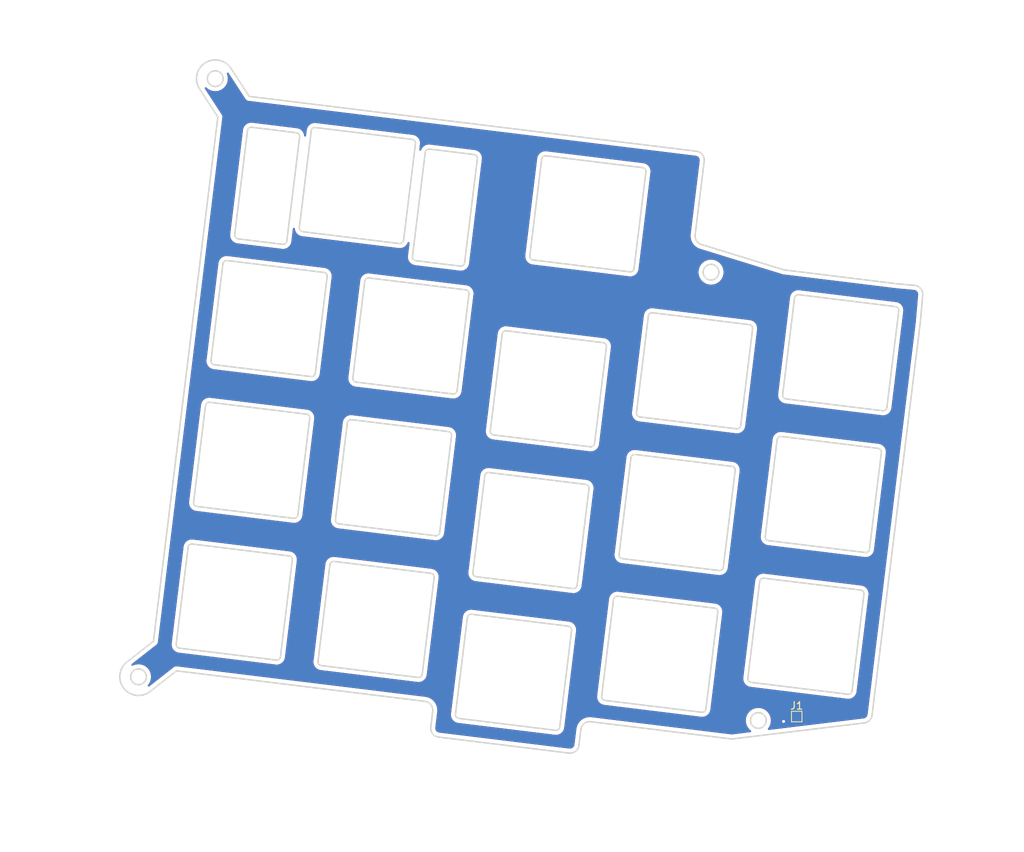
<source format=kicad_pcb>
(kicad_pcb (version 20171130) (host pcbnew "(5.1.10-1-10_14)")
  (layers (0 F.Cu signal) (31 B.Cu signal) (34 B.Paste user) (35 F.Paste user) (36 B.SilkS user) (37 F.SilkS user) (38 B.Mask user) (39 F.Mask user) (44 Edge.Cuts user))
  (net 0 "")
  (net 1 GND)
  (module TestPoint:TestPoint_Pad_1.0x1.0mm (layer F.Cu) (at 183.4 132.85)
    (fp_text reference J1 (at 0 -1.448) (layer F.SilkS))
    (fp_text value Conn_01x01_Female)
    (fp_line (start -0.7 -0.7) (end 0.7 -0.7) (layer F.SilkS) (width 0.12))
    (fp_line (start 0.7 -0.7) (end 0.7 0.7) (layer F.SilkS) (width 0.12))
    (fp_line (start 0.7 0.7) (end -0.7 0.7) (layer F.SilkS) (width 0.12))
    (fp_line (start -0.7 0.7) (end -0.7 -0.7) (layer F.SilkS) (width 0.12))
    (pad 1 smd rect (at 0 0) (size 1 1) (layers F.Cu F.Mask) (net 1 GND))
  )
  (gr_line (start 153.029387 137.725856) (end 135.65983 135.593142) (layer Edge.Cuts) (width 0.2))
  (gr_arc (start 199.002361 76.521354) (end 200.197754 76.626408) (angle -90) (layer Edge.Cuts) (width 0.2))
  (gr_arc (start 155.950656 96.372426) (end 155.889721 96.868699) (angle -90) (layer Edge.Cuts) (width 0.2))
  (gr_line (start 142.986621 95.284398) (end 155.889721 96.868699) (layer Edge.Cuts) (width 0.2))
  (gr_arc (start 143.047556 94.788124) (end 142.551283 94.72719) (angle -90) (layer Edge.Cuts) (width 0.2))
  (gr_line (start 144.135584 81.82409) (end 142.551283 94.72719) (layer Edge.Cuts) (width 0.2))
  (gr_line (start 134.433858 57.145295) (end 140.389135 57.876511) (layer Edge.Cuts) (width 0.2))
  (gr_arc (start 134.372923 57.641568) (end 134.433858 57.145295) (angle -90) (layer Edge.Cuts) (width 0.2))
  (gr_line (start 124.65902 88.235786) (end 137.56212 89.820087) (layer Edge.Cuts) (width 0.2))
  (gr_arc (start 124.719954 87.739512) (end 124.223681 87.678578) (angle -90) (layer Edge.Cuts) (width 0.2))
  (gr_line (start 125.807983 74.775478) (end 124.223681 87.678578) (layer Edge.Cuts) (width 0.2))
  (gr_line (start 107.975566 46.387569) (end 110.405494 50.115778) (layer Edge.Cuts) (width 0.2))
  (gr_line (start 138.561094 72.764703) (end 132.605817 72.033487) (layer Edge.Cuts) (width 0.2))
  (gr_arc (start 138.622029 72.26843) (end 138.561094 72.764703) (angle -90) (layer Edge.Cuts) (width 0.2))
  (gr_arc (start 169.875954 58.626844) (end 171.067009 58.773087) (angle -90) (layer Edge.Cuts) (width 0.2))
  (gr_circle (center 178.286255 133.375719) (end 179.336255 133.375719) (layer Edge.Cuts) (width 0.2))
  (gr_line (start 147.816797 71.382386) (end 149.401099 58.479286) (layer Edge.Cuts) (width 0.2))
  (gr_arc (start 148.31307 71.443321) (end 147.816797 71.382386) (angle -90) (layer Edge.Cuts) (width 0.2))
  (gr_line (start 105.13641 51.188504) (end 103.786736 49.117716) (layer Edge.Cuts) (width 0.2))
  (gr_arc (start 155.81519 134.730533) (end 155.961433 133.539478) (angle -90) (layer Edge.Cuts) (width 0.2))
  (gr_arc (start 171.053609 68.728832) (end 169.862554 68.582589) (angle -79.87603185) (layer Edge.Cuts) (width 0.2))
  (gr_line (start 175.378128 94.463309) (end 162.475028 92.879008) (layer Edge.Cuts) (width 0.2))
  (gr_arc (start 175.439063 93.967036) (end 175.378128 94.463309) (angle -90) (layer Edge.Cuts) (width 0.2))
  (gr_line (start 177.519637 81.124871) (end 175.935336 94.027971) (layer Edge.Cuts) (width 0.2))
  (gr_arc (start 177.023364 81.063936) (end 177.519637 81.124871) (angle -90) (layer Edge.Cuts) (width 0.2))
  (gr_line (start 164.181199 78.983361) (end 177.084299 80.567663) (layer Edge.Cuts) (width 0.2))
  (gr_arc (start 164.120264 79.479634) (end 164.181199 78.983361) (angle -90) (layer Edge.Cuts) (width 0.2))
  (gr_line (start 162.03969 92.3218) (end 163.623991 79.4187) (layer Edge.Cuts) (width 0.2))
  (gr_arc (start 162.535963 92.382734) (end 162.03969 92.3218) (angle -90) (layer Edge.Cuts) (width 0.2))
  (gr_line (start 194.866535 92.057919) (end 181.963435 90.473617) (layer Edge.Cuts) (width 0.2))
  (gr_arc (start 194.92747 91.561646) (end 194.866535 92.057919) (angle -90) (layer Edge.Cuts) (width 0.2))
  (gr_line (start 197.008044 78.719481) (end 195.423743 91.622581) (layer Edge.Cuts) (width 0.2))
  (gr_arc (start 196.511771 78.658546) (end 197.008044 78.719481) (angle -90) (layer Edge.Cuts) (width 0.2))
  (gr_line (start 183.669606 76.577971) (end 196.572706 78.162273) (layer Edge.Cuts) (width 0.2))
  (gr_arc (start 183.608671 77.074244) (end 183.669606 76.577971) (angle -90) (layer Edge.Cuts) (width 0.2))
  (gr_line (start 181.528097 89.91641) (end 183.112398 77.01331) (layer Edge.Cuts) (width 0.2))
  (gr_arc (start 182.02437 89.977344) (end 181.528097 89.91641) (angle -90) (layer Edge.Cuts) (width 0.2))
  (gr_line (start 110.735826 54.235542) (end 116.691103 54.966758) (layer Edge.Cuts) (width 0.2))
  (gr_arc (start 110.674891 54.731815) (end 110.735826 54.235542) (angle -90) (layer Edge.Cuts) (width 0.2))
  (gr_line (start 108.472447 68.566527) (end 110.178618 54.670881) (layer Edge.Cuts) (width 0.2))
  (gr_arc (start 108.96872 68.627462) (end 108.472447 68.566527) (angle -90) (layer Edge.Cuts) (width 0.2))
  (gr_line (start 114.863062 69.854951) (end 108.907786 69.123735) (layer Edge.Cuts) (width 0.2))
  (gr_arc (start 114.923997 69.358678) (end 114.863062 69.854951) (angle -90) (layer Edge.Cuts) (width 0.2))
  (gr_line (start 117.126441 55.523966) (end 115.42027 69.419612) (layer Edge.Cuts) (width 0.2))
  (gr_arc (start 116.630168 55.463031) (end 117.126441 55.523966) (angle -90) (layer Edge.Cuts) (width 0.2))
  (gr_line (start 130.429729 69.751277) (end 117.526629 68.166976) (layer Edge.Cuts) (width 0.2))
  (gr_arc (start 130.490663 69.255004) (end 130.429729 69.751277) (angle -90) (layer Edge.Cuts) (width 0.2))
  (gr_line (start 132.571238 56.412839) (end 130.986936 69.315939) (layer Edge.Cuts) (width 0.2))
  (gr_arc (start 132.074965 56.351904) (end 132.571238 56.412839) (angle -90) (layer Edge.Cuts) (width 0.2))
  (gr_line (start 119.232799 54.27133) (end 132.135899 55.855631) (layer Edge.Cuts) (width 0.2))
  (gr_arc (start 119.171865 54.767603) (end 119.232799 54.27133) (angle -90) (layer Edge.Cuts) (width 0.2))
  (gr_line (start 117.09129 67.609768) (end 118.675592 54.706668) (layer Edge.Cuts) (width 0.2))
  (gr_arc (start 117.587563 67.670703) (end 117.09129 67.609768) (angle -90) (layer Edge.Cuts) (width 0.2))
  (gr_line (start 190.223313 129.873927) (end 177.320213 128.289626) (layer Edge.Cuts) (width 0.2))
  (gr_arc (start 190.284248 129.377654) (end 190.223313 129.873927) (angle -90) (layer Edge.Cuts) (width 0.2))
  (gr_line (start 192.364822 116.535489) (end 190.780521 129.438589) (layer Edge.Cuts) (width 0.2))
  (gr_arc (start 191.868549 116.474554) (end 192.364822 116.535489) (angle -90) (layer Edge.Cuts) (width 0.2))
  (gr_line (start 179.026384 114.39398) (end 191.929484 115.978281) (layer Edge.Cuts) (width 0.2))
  (gr_arc (start 178.965449 114.890253) (end 179.026384 114.39398) (angle -90) (layer Edge.Cuts) (width 0.2))
  (gr_line (start 176.884875 127.732418) (end 178.469176 114.829318) (layer Edge.Cuts) (width 0.2))
  (gr_arc (start 177.381148 127.793353) (end 176.884875 127.732418) (angle -90) (layer Edge.Cuts) (width 0.2))
  (gr_line (start 161.155235 73.523895) (end 148.252135 71.939594) (layer Edge.Cuts) (width 0.2))
  (gr_arc (start 161.21617 73.027622) (end 161.155235 73.523895) (angle -90) (layer Edge.Cuts) (width 0.2))
  (gr_line (start 153.56811 115.776703) (end 140.66501 114.192402) (layer Edge.Cuts) (width 0.2))
  (gr_arc (start 153.629045 115.28043) (end 153.56811 115.776703) (angle -90) (layer Edge.Cuts) (width 0.2))
  (gr_line (start 155.709619 102.438265) (end 154.125318 115.341365) (layer Edge.Cuts) (width 0.2))
  (gr_arc (start 155.213346 102.37733) (end 155.709619 102.438265) (angle -90) (layer Edge.Cuts) (width 0.2))
  (gr_line (start 142.371181 100.296756) (end 155.274281 101.881057) (layer Edge.Cuts) (width 0.2))
  (gr_arc (start 142.310246 100.793029) (end 142.371181 100.296756) (angle -90) (layer Edge.Cuts) (width 0.2))
  (gr_line (start 140.229672 113.635194) (end 141.813973 100.732094) (layer Edge.Cuts) (width 0.2))
  (gr_arc (start 115.65613 111.915111) (end 116.152403 111.976046) (angle -90) (layer Edge.Cuts) (width 0.2))
  (gr_line (start 102.813964 109.834537) (end 115.717064 111.418838) (layer Edge.Cuts) (width 0.2))
  (gr_arc (start 102.75303 110.33081) (end 102.813964 109.834537) (angle -90) (layer Edge.Cuts) (width 0.2))
  (gr_line (start 100.672455 123.172975) (end 102.256757 110.269875) (layer Edge.Cuts) (width 0.2))
  (gr_arc (start 101.168728 123.23391) (end 100.672455 123.172975) (angle -90) (layer Edge.Cuts) (width 0.2))
  (gr_arc (start 144.631857 81.885025) (end 144.692792 81.388751) (angle -90) (layer Edge.Cuts) (width 0.2))
  (gr_line (start 157.595892 82.973053) (end 144.692792 81.388751) (layer Edge.Cuts) (width 0.2))
  (gr_arc (start 157.534957 83.469326) (end 158.03123 83.530261) (angle -90) (layer Edge.Cuts) (width 0.2))
  (gr_line (start 156.446929 96.433361) (end 158.03123 83.530261) (layer Edge.Cuts) (width 0.2))
  (gr_line (start 181.698972 73.264313) (end 196.934555 75.135007) (layer Edge.Cuts) (width 0.2))
  (gr_line (start 154.624135 134.58429) (end 154.366686 136.681044) (layer Edge.Cuts) (width 0.2))
  (gr_line (start 134.615017 134.255844) (end 134.872466 132.15909) (layer Edge.Cuts) (width 0.2))
  (gr_line (start 97.63442 122.808742) (end 106.222863 52.861494) (layer Edge.Cuts) (width 0.2))
  (gr_circle (center 171.978049 73.568171) (end 173.028049 73.568171) (layer Edge.Cuts) (width 0.2))
  (gr_arc (start 153.17563 136.5348) (end 153.029387 137.725856) (angle -90) (layer Edge.Cuts) (width 0.2))
  (gr_arc (start 151.307434 134.188434) (end 151.246499 134.684707) (angle -90) (layer Edge.Cuts) (width 0.2))
  (gr_line (start 138.343399 133.100406) (end 151.246499 134.684707) (layer Edge.Cuts) (width 0.2))
  (gr_arc (start 138.404334 132.604133) (end 137.908061 132.543198) (angle -90) (layer Edge.Cuts) (width 0.2))
  (gr_arc (start 140.725945 113.696129) (end 140.229672 113.635194) (angle -90) (layer Edge.Cuts) (width 0.2))
  (gr_arc (start 139.988635 119.701033) (end 140.04957 119.20476) (angle -90) (layer Edge.Cuts) (width 0.2))
  (gr_line (start 152.95267 120.789061) (end 140.04957 119.20476) (layer Edge.Cuts) (width 0.2))
  (gr_arc (start 152.891735 121.285334) (end 153.388008 121.346269) (angle -90) (layer Edge.Cuts) (width 0.2))
  (gr_line (start 151.803707 134.249369) (end 153.388008 121.346269) (layer Edge.Cuts) (width 0.2))
  (gr_line (start 170.700281 69.875636) (end 181.698972 73.264313) (layer Edge.Cuts) (width 0.2))
  (gr_line (start 110.405494 50.115778) (end 170.022197 57.435788) (layer Edge.Cuts) (width 0.2))
  (gr_line (start 105.315677 85.356967) (end 106.899979 72.453867) (layer Edge.Cuts) (width 0.2))
  (gr_arc (start 105.81195 85.417901) (end 105.315677 85.356967) (angle -90) (layer Edge.Cuts) (width 0.2))
  (gr_line (start 102.994066 104.264971) (end 104.578368 91.361871) (layer Edge.Cuts) (width 0.2))
  (gr_arc (start 103.490339 104.325906) (end 102.994066 104.264971) (angle -90) (layer Edge.Cuts) (width 0.2))
  (gr_line (start 132.918898 127.636095) (end 120.015798 126.051794) (layer Edge.Cuts) (width 0.2))
  (gr_arc (start 132.979832 127.139822) (end 132.918898 127.636095) (angle -90) (layer Edge.Cuts) (width 0.2))
  (gr_arc (start 122.398343 106.647517) (end 121.90207 106.586582) (angle -90) (layer Edge.Cuts) (width 0.2))
  (gr_arc (start 161.798653 98.387639) (end 161.859588 97.891366) (angle -90) (layer Edge.Cuts) (width 0.2))
  (gr_line (start 174.762688 99.475667) (end 161.859588 97.891366) (layer Edge.Cuts) (width 0.2))
  (gr_arc (start 174.701753 99.97194) (end 175.198026 100.032875) (angle -90) (layer Edge.Cuts) (width 0.2))
  (gr_line (start 118.654116 87.498476) (end 105.751016 85.914175) (layer Edge.Cuts) (width 0.2))
  (gr_arc (start 118.71505 87.002203) (end 118.654116 87.498476) (angle -90) (layer Edge.Cuts) (width 0.2))
  (gr_line (start 132.170479 71.476279) (end 133.87665 57.580633) (layer Edge.Cuts) (width 0.2))
  (gr_arc (start 132.666752 71.537214) (end 132.170479 71.476279) (angle -90) (layer Edge.Cuts) (width 0.2))
  (gr_arc (start 117.977741 93.007107) (end 118.474014 93.068042) (angle -90) (layer Edge.Cuts) (width 0.2))
  (gr_line (start 105.135575 90.926533) (end 118.038675 92.510834) (layer Edge.Cuts) (width 0.2))
  (gr_arc (start 105.074641 91.422806) (end 105.135575 90.926533) (angle -90) (layer Edge.Cuts) (width 0.2))
  (gr_arc (start 192.605859 110.46965) (end 192.544924 110.965923) (angle -90) (layer Edge.Cuts) (width 0.2))
  (gr_line (start 194.686433 97.627485) (end 193.102132 110.530585) (layer Edge.Cuts) (width 0.2))
  (gr_arc (start 194.19016 97.56655) (end 194.686433 97.627485) (angle -90) (layer Edge.Cuts) (width 0.2))
  (gr_line (start 181.347995 95.485976) (end 194.251095 97.070277) (layer Edge.Cuts) (width 0.2))
  (gr_arc (start 181.28706 95.982249) (end 181.347995 95.485976) (angle -90) (layer Edge.Cuts) (width 0.2))
  (gr_line (start 179.206486 108.824414) (end 180.790787 95.921314) (layer Edge.Cuts) (width 0.2))
  (gr_arc (start 179.702759 108.885349) (end 179.206486 108.824414) (angle -90) (layer Edge.Cuts) (width 0.2))
  (gr_line (start 200.197754 76.626408) (end 199.86957 80.360786) (layer Edge.Cuts) (width 0.2))
  (gr_line (start 120.795625 74.160038) (end 119.211323 87.063138) (layer Edge.Cuts) (width 0.2))
  (gr_arc (start 120.299352 74.099103) (end 120.795625 74.160038) (angle -90) (layer Edge.Cuts) (width 0.2))
  (gr_arc (start 95.644877 127.54513) (end 94.102458 125.577659) (angle -180) (layer Edge.Cuts) (width 0.2))
  (gr_line (start 173.613725 112.935975) (end 175.198026 100.032875) (layer Edge.Cuts) (width 0.2))
  (gr_arc (start 173.117452 112.87504) (end 173.056517 113.371313) (angle -90) (layer Edge.Cuts) (width 0.2))
  (gr_line (start 160.153417 111.787012) (end 173.056517 113.371313) (layer Edge.Cuts) (width 0.2))
  (gr_line (start 94.102458 125.577659) (end 97.63442 122.808742) (layer Edge.Cuts) (width 0.2))
  (gr_line (start 133.827654 130.821791) (end 100.709676 126.755415) (layer Edge.Cuts) (width 0.2))
  (gr_arc (start 174.747554 134.637111) (end 174.60131 135.828167) (angle -13.93322118) (layer Edge.Cuts) (width 0.2))
  (gr_arc (start 133.681411 132.012847) (end 134.872466 132.15909) (angle -90) (layer Edge.Cuts) (width 0.2))
  (gr_circle (center 95.644877 127.54513) (end 96.694877 127.54513) (layer Edge.Cuts) (width 0.2))
  (gr_circle (center 105.881151 47.752643) (end 106.931151 47.752643) (layer Edge.Cuts) (width 0.2))
  (gr_line (start 114.010894 125.314484) (end 101.107794 123.730183) (layer Edge.Cuts) (width 0.2))
  (gr_arc (start 114.071828 124.818211) (end 114.010894 125.314484) (angle -90) (layer Edge.Cuts) (width 0.2))
  (gr_line (start 116.152403 111.976046) (end 114.568101 124.879146) (layer Edge.Cuts) (width 0.2))
  (gr_line (start 99.132573 127.987583) (end 97.187296 129.512602) (layer Edge.Cuts) (width 0.2))
  (gr_line (start 140.824473 58.433719) (end 139.118302 72.329365) (layer Edge.Cuts) (width 0.2))
  (gr_arc (start 140.3282 58.372784) (end 140.824473 58.433719) (angle -90) (layer Edge.Cuts) (width 0.2))
  (gr_line (start 149.958306 58.043948) (end 162.861406 59.628249) (layer Edge.Cuts) (width 0.2))
  (gr_arc (start 149.897372 58.540221) (end 149.958306 58.043948) (angle -90) (layer Edge.Cuts) (width 0.2))
  (gr_line (start 106.222863 52.861494) (end 105.13641 51.188504) (layer Edge.Cuts) (width 0.2))
  (gr_arc (start 136.885745 95.328718) (end 137.382018 95.389653) (angle -90) (layer Edge.Cuts) (width 0.2))
  (gr_line (start 124.04358 93.248144) (end 136.94668 94.832445) (layer Edge.Cuts) (width 0.2))
  (gr_arc (start 123.982645 93.744417) (end 124.04358 93.248144) (angle -90) (layer Edge.Cuts) (width 0.2))
  (gr_line (start 121.90207 106.586582) (end 123.486372 93.683482) (layer Edge.Cuts) (width 0.2))
  (gr_line (start 172.876415 118.940879) (end 171.292114 131.843979) (layer Edge.Cuts) (width 0.2))
  (gr_arc (start 172.380142 118.879944) (end 172.876415 118.940879) (angle -90) (layer Edge.Cuts) (width 0.2))
  (gr_line (start 159.537977 116.79937) (end 172.441077 118.383671) (layer Edge.Cuts) (width 0.2))
  (gr_line (start 100.709676 126.755415) (end 99.132573 127.987583) (layer Edge.Cuts) (width 0.2))
  (gr_arc (start 121.661034 112.652421) (end 121.721969 112.156148) (angle -90) (layer Edge.Cuts) (width 0.2))
  (gr_line (start 119.580459 125.494586) (end 121.164761 112.591486) (layer Edge.Cuts) (width 0.2))
  (gr_arc (start 120.076732 125.555521) (end 119.580459 125.494586) (angle -90) (layer Edge.Cuts) (width 0.2))
  (gr_line (start 135.240509 108.728091) (end 122.337409 107.14379) (layer Edge.Cuts) (width 0.2))
  (gr_arc (start 135.301443 108.231818) (end 135.240509 108.728091) (angle -90) (layer Edge.Cuts) (width 0.2))
  (gr_line (start 137.382018 95.389653) (end 135.797717 108.292753) (layer Edge.Cuts) (width 0.2))
  (gr_line (start 139.268291 75.924441) (end 126.365191 74.340139) (layer Edge.Cuts) (width 0.2))
  (gr_arc (start 139.207356 76.420714) (end 139.703629 76.481649) (angle -90) (layer Edge.Cuts) (width 0.2))
  (gr_line (start 138.119328 89.384749) (end 139.703629 76.481649) (layer Edge.Cuts) (width 0.2))
  (gr_arc (start 137.623054 89.323814) (end 137.56212 89.820087) (angle -90) (layer Edge.Cuts) (width 0.2))
  (gr_line (start 171.067009 58.773087) (end 169.862554 68.582589) (layer Edge.Cuts) (width 0.2))
  (gr_line (start 139.492362 119.640098) (end 137.908061 132.543198) (layer Edge.Cuts) (width 0.2))
  (gr_line (start 170.734906 132.279317) (end 157.831806 130.695016) (layer Edge.Cuts) (width 0.2))
  (gr_arc (start 170.795841 131.783044) (end 170.734906 132.279317) (angle -90) (layer Edge.Cuts) (width 0.2))
  (gr_line (start 192.402559 133.699073) (end 174.892409 135.828336) (layer Edge.Cuts) (width 0.2))
  (gr_line (start 174.60131 135.828167) (end 155.961433 133.539478) (layer Edge.Cuts) (width 0.2))
  (gr_arc (start 105.881151 47.752643) (end 107.975566 46.387569) (angle -180) (layer Edge.Cuts) (width 0.2))
  (gr_arc (start 159.477042 117.295643) (end 159.537977 116.79937) (angle -90) (layer Edge.Cuts) (width 0.2))
  (gr_line (start 157.396468 130.137808) (end 158.980769 117.234708) (layer Edge.Cuts) (width 0.2))
  (gr_arc (start 157.892741 130.198743) (end 157.396468 130.137808) (angle -90) (layer Edge.Cuts) (width 0.2))
  (gr_line (start 192.544924 110.965923) (end 179.641824 109.381622) (layer Edge.Cuts) (width 0.2))
  (gr_line (start 107.457186 72.018528) (end 120.360286 73.60283) (layer Edge.Cuts) (width 0.2))
  (gr_arc (start 107.396252 72.514801) (end 107.457186 72.018528) (angle -90) (layer Edge.Cuts) (width 0.2))
  (gr_line (start 163.296745 60.185457) (end 161.712443 73.088557) (layer Edge.Cuts) (width 0.2))
  (gr_arc (start 162.800472 60.124522) (end 163.296745 60.185457) (angle -90) (layer Edge.Cuts) (width 0.2))
  (gr_arc (start 160.214352 111.290739) (end 159.718079 111.229804) (angle -90) (layer Edge.Cuts) (width 0.2))
  (gr_line (start 161.30238 98.326704) (end 159.718079 111.229804) (layer Edge.Cuts) (width 0.2))
  (gr_arc (start 126.304256 74.836412) (end 126.365191 74.340139) (angle -90) (layer Edge.Cuts) (width 0.2))
  (gr_line (start 199.86957 80.360786) (end 193.44876 132.654091) (layer Edge.Cuts) (width 0.2))
  (gr_arc (start 192.257704 132.507848) (end 192.402559 133.699073) (angle -76.06677882) (layer Edge.Cuts) (width 0.2))
  (gr_line (start 135.060407 114.297657) (end 133.476106 127.200757) (layer Edge.Cuts) (width 0.2))
  (gr_arc (start 134.564134 114.236722) (end 135.060407 114.297657) (angle -90) (layer Edge.Cuts) (width 0.2))
  (gr_line (start 121.721969 112.156148) (end 134.625069 113.740449) (layer Edge.Cuts) (width 0.2))
  (gr_line (start 116.332505 106.40648) (end 103.429405 104.822179) (layer Edge.Cuts) (width 0.2))
  (gr_arc (start 116.393439 105.910207) (end 116.332505 106.40648) (angle -90) (layer Edge.Cuts) (width 0.2))
  (gr_line (start 118.474014 93.068042) (end 116.889712 105.971142) (layer Edge.Cuts) (width 0.2))
  (gr_line (start 196.934555 75.135007) (end 199.107414 75.325962) (layer Edge.Cuts) (width 0.2))
  (gr_arc (start 135.806073 134.402087) (end 134.615017 134.255844) (angle -90) (layer Edge.Cuts) (width 0.2))
  (via (at 181.65 133.5) (size 0.8) (drill 0.4) (layers F.Cu B.Cu) (net 1))
  (zone (net 1) (net_name GND) (layer F.Cu) (connect_pads yes (clearance 0.508)) (min_thickness 0.254) (fill yes (arc_segments 32) (thermal_gap 0.508) (thermal_bridge_width 0.508))
    (polygon (pts (xy 87.2 37.26) (xy 213.72 55.9) (xy 194.61 150.96) (xy 77.18 136.05)))
  )
  (zone (net 1) (net_name GND) (layer B.Cu) (connect_pads yes (clearance 0.508)) (min_thickness 0.254) (fill yes (arc_segments 32) (thermal_gap 0.508) (thermal_bridge_width 0.508))
    (polygon (pts (xy 99.45 42.75) (xy 208.39 63.61) (xy 197.09 146.82) (xy 85.1 137.16)))
  )
)
</source>
